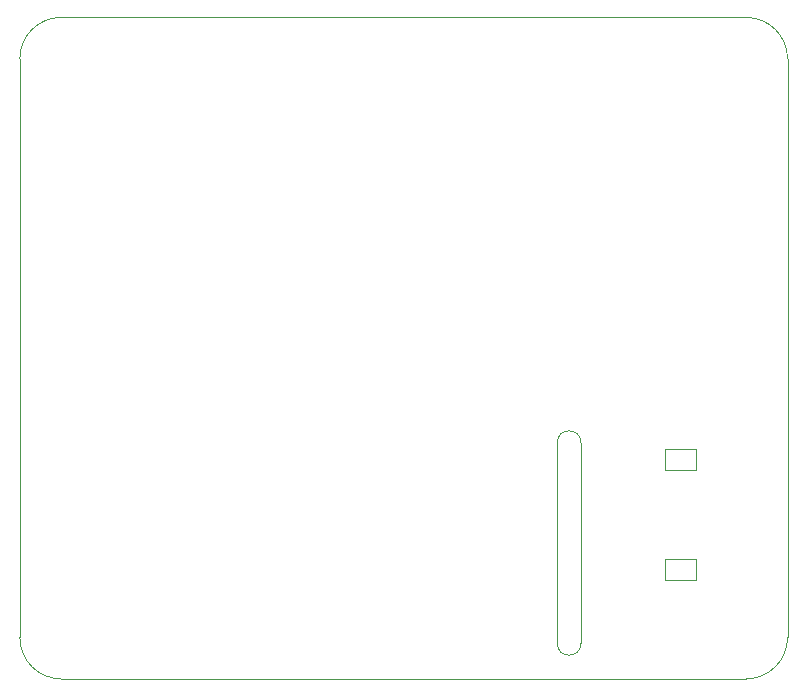
<source format=gbr>
%TF.GenerationSoftware,KiCad,Pcbnew,8.0.0-8.0.0-1~ubuntu22.04.1*%
%TF.CreationDate,2024-03-30T12:30:57+01:00*%
%TF.ProjectId,PAMI_mb,50414d49-5f6d-4622-9e6b-696361645f70,rev?*%
%TF.SameCoordinates,Original*%
%TF.FileFunction,Profile,NP*%
%FSLAX46Y46*%
G04 Gerber Fmt 4.6, Leading zero omitted, Abs format (unit mm)*
G04 Created by KiCad (PCBNEW 8.0.0-8.0.0-1~ubuntu22.04.1) date 2024-03-30 12:30:57*
%MOMM*%
%LPD*%
G01*
G04 APERTURE LIST*
%TA.AperFunction,Profile*%
%ADD10C,0.100000*%
%TD*%
%TA.AperFunction,Profile*%
%ADD11C,0.050000*%
%TD*%
G04 APERTURE END LIST*
D10*
X188000000Y-46500000D02*
G75*
G02*
X191500000Y-50000000I0J-3500000D01*
G01*
X130000000Y-102500000D02*
G75*
G02*
X126500000Y-99000000I0J3500000D01*
G01*
X172000000Y-82500000D02*
X172000000Y-99500000D01*
X174000000Y-99500000D02*
G75*
G02*
X172000000Y-99500000I-1000000J0D01*
G01*
X130000000Y-102500000D02*
X188000000Y-102500000D01*
X126500000Y-50000000D02*
X126500000Y-99000000D01*
X172000000Y-82500000D02*
G75*
G02*
X174000000Y-82500000I1000000J0D01*
G01*
X191500000Y-99000000D02*
G75*
G02*
X188000000Y-102500000I-3500000J0D01*
G01*
X188000000Y-46500000D02*
X130000000Y-46500000D01*
X191500000Y-99000000D02*
X191500000Y-50000000D01*
X174000000Y-99500000D02*
X174000000Y-82500000D01*
X126500000Y-50000000D02*
G75*
G02*
X130000000Y-46500000I3500000J0D01*
G01*
%TO.C,SW102*%
D11*
X181150000Y-83050000D02*
X183750000Y-83050000D01*
X183750000Y-84850000D01*
X181150000Y-84850000D01*
X181150000Y-83050000D01*
X181150000Y-92350000D02*
X183750000Y-92350000D01*
X183750000Y-94150000D01*
X181150000Y-94150000D01*
X181150000Y-92350000D01*
%TD*%
M02*

</source>
